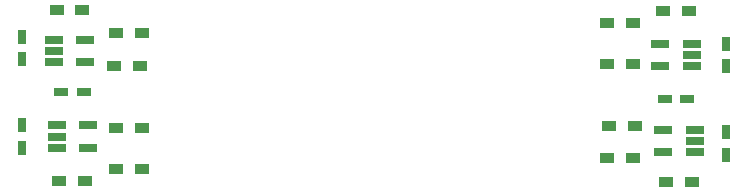
<source format=gbr>
%TF.GenerationSoftware,KiCad,Pcbnew,5.1.10*%
%TF.CreationDate,2021-10-31T19:01:46+09:00*%
%TF.ProjectId,usb_charger,7573625f-6368-4617-9267-65722e6b6963,rev?*%
%TF.SameCoordinates,Original*%
%TF.FileFunction,Paste,Top*%
%TF.FilePolarity,Positive*%
%FSLAX46Y46*%
G04 Gerber Fmt 4.6, Leading zero omitted, Abs format (unit mm)*
G04 Created by KiCad (PCBNEW 5.1.10) date 2021-10-31 19:01:46*
%MOMM*%
%LPD*%
G01*
G04 APERTURE LIST*
%ADD10R,1.560000X0.650000*%
%ADD11R,1.200000X0.900000*%
%ADD12R,1.200000X0.750000*%
%ADD13R,0.750000X1.200000*%
G04 APERTURE END LIST*
D10*
%TO.C,U2*%
X100999999Y-91049998D03*
X100999999Y-92949998D03*
X98299999Y-92949998D03*
X98299999Y-91999998D03*
X98299999Y-91049998D03*
%TD*%
D11*
%TO.C,R4*%
X105500002Y-94750000D03*
X103300002Y-94750000D03*
%TD*%
%TO.C,R2*%
X105499996Y-83249999D03*
X103299996Y-83249999D03*
%TD*%
%TO.C,R3*%
X100750000Y-95750001D03*
X98550000Y-95750001D03*
%TD*%
%TO.C,D2*%
X105500001Y-91249998D03*
X103300001Y-91249998D03*
%TD*%
D10*
%TO.C,U1*%
X98050000Y-83800000D03*
X98050000Y-84750000D03*
X98050000Y-85700000D03*
X100750000Y-85700000D03*
X100750000Y-83800000D03*
%TD*%
D11*
%TO.C,R1*%
X100499999Y-81250002D03*
X98299999Y-81250002D03*
%TD*%
D12*
%TO.C,C1*%
X100599999Y-88249999D03*
X98699999Y-88249999D03*
%TD*%
D13*
%TO.C,C2*%
X95399999Y-83550005D03*
X95399999Y-85450005D03*
%TD*%
%TO.C,C3*%
X95400002Y-92950004D03*
X95400002Y-91050004D03*
%TD*%
D11*
%TO.C,D1*%
X105350000Y-86000000D03*
X103150000Y-86000000D03*
%TD*%
D12*
%TO.C,C1*%
X151700000Y-88850000D03*
X149800000Y-88850000D03*
%TD*%
D13*
%TO.C,C2*%
X155000000Y-91650000D03*
X155000000Y-93550000D03*
%TD*%
%TO.C,C3*%
X155000000Y-86050000D03*
X155000000Y-84150000D03*
%TD*%
D11*
%TO.C,D1*%
X147250000Y-91100000D03*
X145050000Y-91100000D03*
%TD*%
%TO.C,D2*%
X147100000Y-85850000D03*
X144900000Y-85850000D03*
%TD*%
%TO.C,R1*%
X152100000Y-95850000D03*
X149900000Y-95850000D03*
%TD*%
%TO.C,R2*%
X147100000Y-93850000D03*
X144900000Y-93850000D03*
%TD*%
%TO.C,R3*%
X151850000Y-81350000D03*
X149650000Y-81350000D03*
%TD*%
%TO.C,R4*%
X147100000Y-82350000D03*
X144900000Y-82350000D03*
%TD*%
D10*
%TO.C,U1*%
X149650000Y-93300000D03*
X149650000Y-91400000D03*
X152350000Y-91400000D03*
X152350000Y-92350000D03*
X152350000Y-93300000D03*
%TD*%
%TO.C,U2*%
X152100000Y-86050000D03*
X152100000Y-85100000D03*
X152100000Y-84150000D03*
X149400000Y-84150000D03*
X149400000Y-86050000D03*
%TD*%
M02*

</source>
